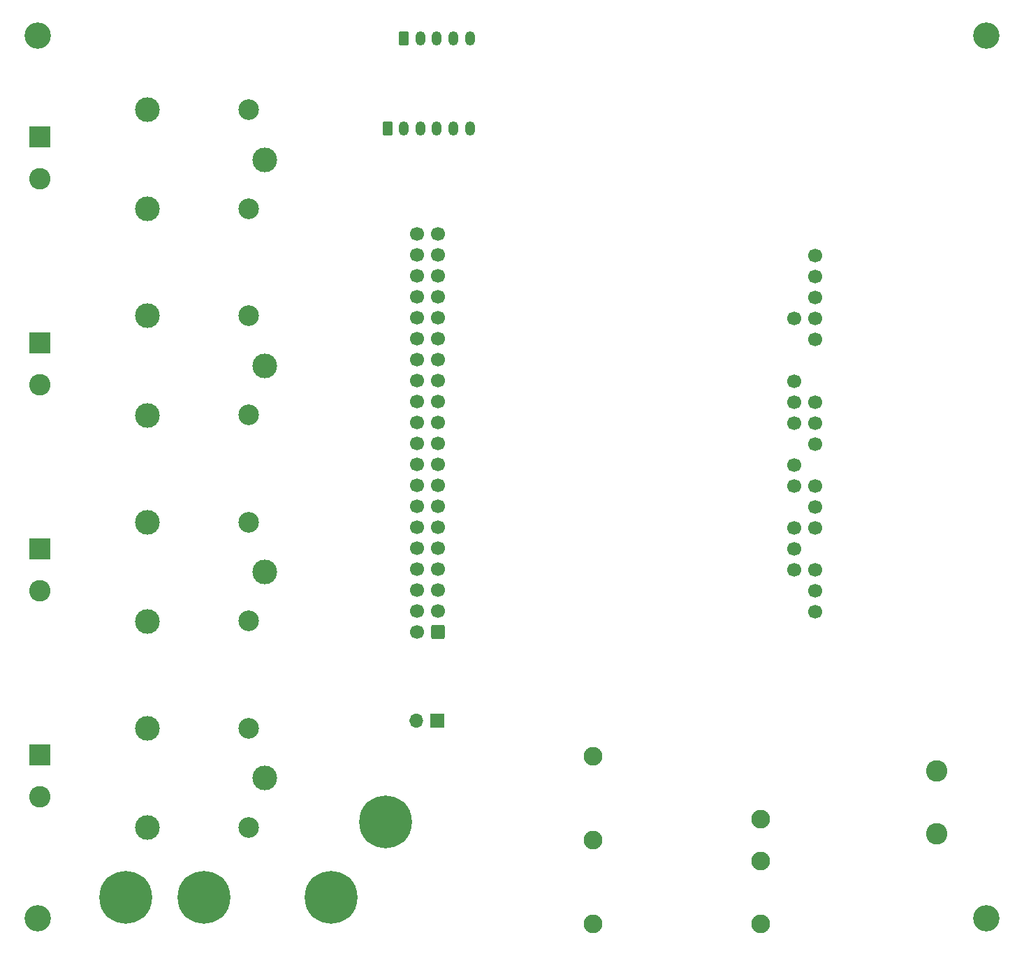
<source format=gbr>
%TF.GenerationSoftware,KiCad,Pcbnew,8.0.1*%
%TF.CreationDate,2024-03-18T01:33:03-07:00*%
%TF.ProjectId,huffboard,68756666-626f-4617-9264-2e6b69636164,rev?*%
%TF.SameCoordinates,Original*%
%TF.FileFunction,Soldermask,Bot*%
%TF.FilePolarity,Negative*%
%FSLAX46Y46*%
G04 Gerber Fmt 4.6, Leading zero omitted, Abs format (unit mm)*
G04 Created by KiCad (PCBNEW 8.0.1) date 2024-03-18 01:33:03*
%MOMM*%
%LPD*%
G01*
G04 APERTURE LIST*
G04 Aperture macros list*
%AMRoundRect*
0 Rectangle with rounded corners*
0 $1 Rounding radius*
0 $2 $3 $4 $5 $6 $7 $8 $9 X,Y pos of 4 corners*
0 Add a 4 corners polygon primitive as box body*
4,1,4,$2,$3,$4,$5,$6,$7,$8,$9,$2,$3,0*
0 Add four circle primitives for the rounded corners*
1,1,$1+$1,$2,$3*
1,1,$1+$1,$4,$5*
1,1,$1+$1,$6,$7*
1,1,$1+$1,$8,$9*
0 Add four rect primitives between the rounded corners*
20,1,$1+$1,$2,$3,$4,$5,0*
20,1,$1+$1,$4,$5,$6,$7,0*
20,1,$1+$1,$6,$7,$8,$9,0*
20,1,$1+$1,$8,$9,$2,$3,0*%
G04 Aperture macros list end*
%ADD10C,3.000000*%
%ADD11C,2.500000*%
%ADD12RoundRect,0.250000X-0.350000X-0.625000X0.350000X-0.625000X0.350000X0.625000X-0.350000X0.625000X0*%
%ADD13O,1.200000X1.750000*%
%ADD14R,2.600000X2.600000*%
%ADD15C,2.600000*%
%ADD16C,3.200000*%
%ADD17C,1.700000*%
%ADD18RoundRect,0.250000X0.600000X0.600000X-0.600000X0.600000X-0.600000X-0.600000X0.600000X-0.600000X0*%
%ADD19C,0.800000*%
%ADD20C,6.400000*%
%ADD21C,2.270000*%
%ADD22R,1.700000X1.700000*%
%ADD23O,1.700000X1.700000*%
G04 APERTURE END LIST*
D10*
%TO.C,K3*%
X155500000Y-86000000D03*
D11*
X153550000Y-79950000D03*
D10*
X141350000Y-79950000D03*
X141300000Y-92000000D03*
D11*
X153550000Y-91950000D03*
%TD*%
D12*
%TO.C,J8*%
X170400000Y-32258000D03*
D13*
X172400000Y-32258000D03*
X174400000Y-32258000D03*
X176400000Y-32258000D03*
X178400000Y-32258000D03*
X180400000Y-32258000D03*
%TD*%
D14*
%TO.C,J5*%
X128310001Y-83199996D03*
D15*
X128310001Y-88279995D03*
%TD*%
D16*
%TO.C,H7*%
X243000000Y-128000000D03*
%TD*%
D17*
%TO.C,TP23*%
X222250000Y-65405000D03*
%TD*%
%TO.C,TP19*%
X219710000Y-62865000D03*
%TD*%
%TO.C,TP11*%
X219710000Y-75565000D03*
%TD*%
D10*
%TO.C,K1*%
X155500000Y-111000000D03*
D11*
X153550000Y-104950000D03*
D10*
X141350000Y-104950000D03*
X141300000Y-117000000D03*
D11*
X153550000Y-116950000D03*
%TD*%
D15*
%TO.C,J2*%
X236950000Y-117726770D03*
X236950000Y-110106770D03*
%TD*%
D16*
%TO.C,H6*%
X243000000Y-21000000D03*
%TD*%
D17*
%TO.C,TP1*%
X222250000Y-90805000D03*
%TD*%
D18*
%TO.C,J1*%
X176500000Y-93260000D03*
D17*
X173960000Y-93260000D03*
X176500000Y-90720000D03*
X173960000Y-90720000D03*
X176500000Y-88180001D03*
X173960000Y-88180000D03*
X176500000Y-85640000D03*
X173960000Y-85640000D03*
X176500000Y-83100000D03*
X173960000Y-83100000D03*
X176500000Y-80560000D03*
X173960000Y-80560000D03*
X176500000Y-78020000D03*
X173960000Y-78020000D03*
X176500000Y-75479999D03*
X173960000Y-75480000D03*
X176500000Y-72940000D03*
X173960000Y-72940000D03*
X176500000Y-70400000D03*
X173960000Y-70400000D03*
X176500000Y-67860000D03*
X173960000Y-67860000D03*
X176500000Y-65320001D03*
X173960000Y-65320000D03*
X176500000Y-62780000D03*
X173960000Y-62780000D03*
X176500000Y-60240000D03*
X173960000Y-60240000D03*
X176500000Y-57700000D03*
X173960000Y-57700000D03*
X176500000Y-55160001D03*
X173960000Y-55160000D03*
X176500000Y-52619999D03*
X173960000Y-52620000D03*
X176500000Y-50080000D03*
X173960000Y-50080000D03*
X176500000Y-47540000D03*
X173960000Y-47540000D03*
X176500000Y-45000000D03*
X173960000Y-45000000D03*
%TD*%
D14*
%TO.C,J4*%
X128310001Y-33199996D03*
D15*
X128310001Y-38279995D03*
%TD*%
D17*
%TO.C,TP7*%
X219710000Y-80645000D03*
%TD*%
%TO.C,TP8*%
X222250000Y-55245000D03*
%TD*%
%TO.C,TP3*%
X219710000Y-85725000D03*
%TD*%
%TO.C,TP5*%
X222250000Y-47625000D03*
%TD*%
D19*
%TO.C,H10*%
X161176000Y-125476000D03*
X161878944Y-123778944D03*
X161878944Y-127173056D03*
X163576000Y-123076000D03*
D20*
X163576000Y-125476000D03*
D19*
X163576000Y-127876000D03*
X165273056Y-123778944D03*
X165273056Y-127173056D03*
X165976000Y-125476000D03*
%TD*%
D17*
%TO.C,TP2*%
X222250000Y-88265000D03*
%TD*%
%TO.C,TP16*%
X222250000Y-57785000D03*
%TD*%
D14*
%TO.C,J6*%
X128310001Y-58199996D03*
D15*
X128310001Y-63279995D03*
%TD*%
D17*
%TO.C,TP18*%
X222250000Y-50165000D03*
%TD*%
D10*
%TO.C,K4*%
X155500000Y-61000000D03*
D11*
X153550000Y-54950000D03*
D10*
X141350000Y-54950000D03*
X141300000Y-67000000D03*
D11*
X153550000Y-66950000D03*
%TD*%
D12*
%TO.C,J7*%
X172400000Y-21336000D03*
D13*
X174400000Y-21336000D03*
X176400000Y-21336000D03*
X178400000Y-21336000D03*
X180400000Y-21336000D03*
%TD*%
D16*
%TO.C,H8*%
X128000000Y-128000000D03*
%TD*%
D19*
%TO.C,H9*%
X136284000Y-125476000D03*
X136986944Y-123778944D03*
X136986944Y-127173056D03*
X138684000Y-123076000D03*
D20*
X138684000Y-125476000D03*
D19*
X138684000Y-127876000D03*
X140381056Y-123778944D03*
X140381056Y-127173056D03*
X141084000Y-125476000D03*
%TD*%
D17*
%TO.C,TP4*%
X219710000Y-83185000D03*
%TD*%
%TO.C,TP22*%
X222250000Y-70485000D03*
%TD*%
%TO.C,TP15*%
X219710000Y-55245000D03*
%TD*%
%TO.C,TP13*%
X219710000Y-67945000D03*
%TD*%
%TO.C,TP9*%
X222250000Y-52705000D03*
%TD*%
%TO.C,TP10*%
X222250000Y-75565000D03*
%TD*%
D16*
%TO.C,H5*%
X128000000Y-21000000D03*
%TD*%
D17*
%TO.C,TP17*%
X222250000Y-85725000D03*
%TD*%
%TO.C,TP12*%
X219710000Y-73025000D03*
%TD*%
D21*
%TO.C,U1*%
X215660000Y-115960000D03*
X215660000Y-121040000D03*
X215660000Y-128660000D03*
X195340000Y-128660000D03*
X195340000Y-118500000D03*
X195340000Y-108340000D03*
%TD*%
D17*
%TO.C,TP6*%
X222250000Y-80645000D03*
%TD*%
%TO.C,TP14*%
X222250000Y-78105000D03*
%TD*%
D19*
%TO.C,H11*%
X145809000Y-125476000D03*
X146511944Y-123778944D03*
X146511944Y-127173056D03*
X148209000Y-123076000D03*
D20*
X148209000Y-125476000D03*
D19*
X148209000Y-127876000D03*
X149906056Y-123778944D03*
X149906056Y-127173056D03*
X150609000Y-125476000D03*
%TD*%
D14*
%TO.C,J3*%
X128310001Y-108199996D03*
D15*
X128310001Y-113279995D03*
%TD*%
D17*
%TO.C,TP20*%
X219710000Y-65405000D03*
%TD*%
D10*
%TO.C,K2*%
X155500000Y-36000000D03*
D11*
X153550000Y-29950000D03*
D10*
X141350000Y-29950000D03*
X141300000Y-42000000D03*
D11*
X153550000Y-41950000D03*
%TD*%
D22*
%TO.C,J10*%
X176450000Y-104025000D03*
D23*
X173910000Y-104025000D03*
%TD*%
D19*
%TO.C,H12*%
X167780000Y-116332000D03*
X168482944Y-114634944D03*
X168482944Y-118029056D03*
X170180000Y-113932000D03*
D20*
X170180000Y-116332000D03*
D19*
X170180000Y-118732000D03*
X171877056Y-114634944D03*
X171877056Y-118029056D03*
X172580000Y-116332000D03*
%TD*%
D17*
%TO.C,TP21*%
X222250000Y-67945000D03*
%TD*%
M02*

</source>
